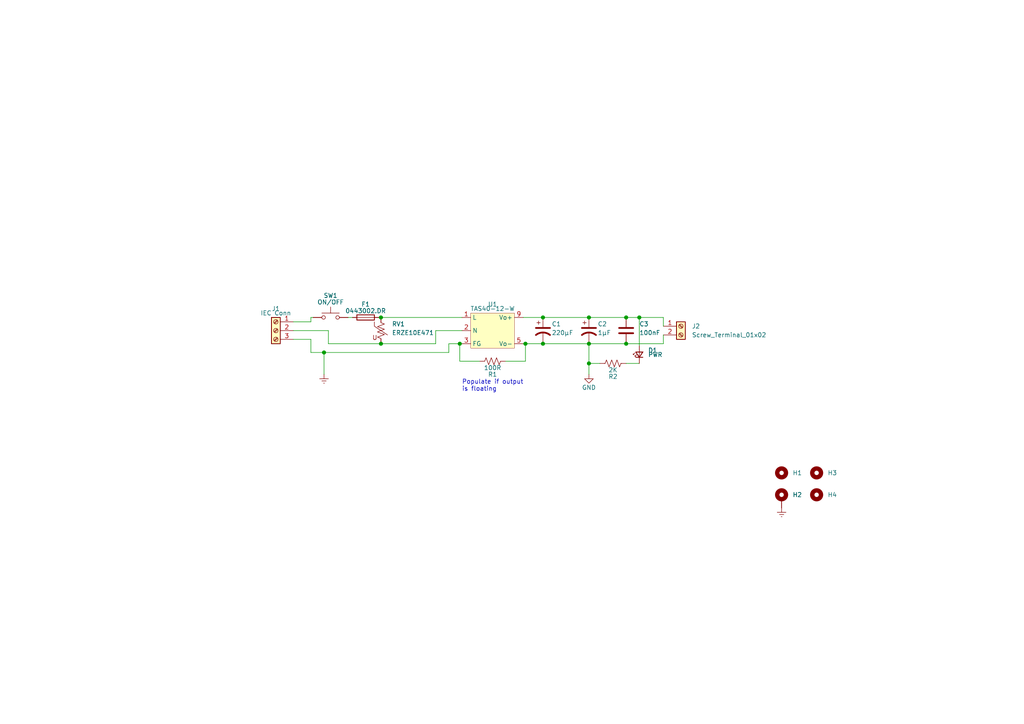
<source format=kicad_sch>
(kicad_sch (version 20200714) (host eeschema "(5.99.0-2671-gfc0a358ba)")
  (page 1 1)
  (paper "A4")
  (title_block (title "ADSEHGAL") (date "2020-09-06") (rev "0.1"))
  (lib_symbols
    (symbol "Connector:Screw_Terminal_01x02" (pin_names hide)
      (property "Reference" "J" (at 0 2.54 0))
      (property "Value" "Screw_Terminal_01x02" (at 0 -5.08 0))
      (symbol "Screw_Terminal_01x02_1_1"
        (circle (center 0 -2.54) (radius 0.635) (stroke (width 0.1524)))
        (circle (center 0 0) (radius 0.635) (stroke (width 0.1524)))
        (rectangle (start -1.27 1.27) (end 1.27 -3.81) (stroke (width 0.254)) (fill (type background)))
        (polyline (pts (xy -0.5334 -2.2098) (xy 0.3302 -3.048)) (stroke (width 0.1524)))
        (polyline (pts (xy -0.5334 0.3302) (xy 0.3302 -0.508)) (stroke (width 0.1524)))
        (polyline (pts (xy -0.3556 -2.032) (xy 0.508 -2.8702)) (stroke (width 0.1524)))
        (polyline (pts (xy -0.3556 0.508) (xy 0.508 -0.3302)) (stroke (width 0.1524)))
        (pin passive line (at -5.08 0 0) (length 3.81) (name "Pin_1") (number "1"))
        (pin passive line (at -5.08 -2.54 0) (length 3.81) (name "Pin_2") (number "2"))
      )
    )
    (symbol "Connector:Screw_Terminal_01x03" (pin_names hide)
      (property "Reference" "J" (at 0 5.08 0))
      (property "Value" "Screw_Terminal_01x03" (at 0 -5.08 0))
      (symbol "Screw_Terminal_01x03_1_1"
        (circle (center 0 -2.54) (radius 0.635) (stroke (width 0.1524)))
        (circle (center 0 0) (radius 0.635) (stroke (width 0.1524)))
        (circle (center 0 2.54) (radius 0.635) (stroke (width 0.1524)))
        (rectangle (start -1.27 3.81) (end 1.27 -3.81) (stroke (width 0.254)) (fill (type background)))
        (polyline (pts (xy -0.5334 -2.2098) (xy 0.3302 -3.048)) (stroke (width 0.1524)))
        (polyline (pts (xy -0.5334 0.3302) (xy 0.3302 -0.508)) (stroke (width 0.1524)))
        (polyline (pts (xy -0.5334 2.8702) (xy 0.3302 2.032)) (stroke (width 0.1524)))
        (polyline (pts (xy -0.3556 -2.032) (xy 0.508 -2.8702)) (stroke (width 0.1524)))
        (polyline (pts (xy -0.3556 0.508) (xy 0.508 -0.3302)) (stroke (width 0.1524)))
        (polyline (pts (xy -0.3556 3.048) (xy 0.508 2.2098)) (stroke (width 0.1524)))
        (pin passive line (at -5.08 2.54 0) (length 3.81) (name "Pin_1") (number "1"))
        (pin passive line (at -5.08 0 0) (length 3.81) (name "Pin_2") (number "2"))
        (pin passive line (at -5.08 -2.54 0) (length 3.81) (name "Pin_3") (number "3"))
      )
    )
    (symbol "Device:C" (pin_numbers hide) (pin_names (offset 0.254))
      (property "Reference" "C" (at 0.635 2.54 0))
      (property "Value" "C" (at 0.635 -2.54 0))
      (symbol "C_0_1"
        (polyline (pts (xy -2.032 -0.762) (xy 2.032 -0.762)) (stroke (width 0.508)))
        (polyline (pts (xy -2.032 0.762) (xy 2.032 0.762)) (stroke (width 0.508)))
      )
      (symbol "C_1_1"
        (pin passive line (at 0 3.81 270) (length 2.794) (name "~") (number "1"))
        (pin passive line (at 0 -3.81 90) (length 2.794) (name "~") (number "2"))
      )
    )
    (symbol "Device:CP1" (pin_numbers hide) (pin_names (offset 0.254) hide)
      (property "Reference" "C" (at 0.635 2.54 0))
      (property "Value" "CP1" (at 0.635 -2.54 0))
      (symbol "CP1_0_1"
        (arc (start -2.032 -1.27) (end 2.032 -1.27) (radius (at 0 -3.81) (length 3.2512) (angles 128.7 51.3)) (stroke (width 0.508)))
        (polyline (pts (xy -2.032 0.762) (xy 2.032 0.762)) (stroke (width 0.508)))
        (polyline (pts (xy -1.778 2.286) (xy -0.762 2.286)))
        (polyline (pts (xy -1.27 1.778) (xy -1.27 2.794)))
      )
      (symbol "CP1_1_1"
        (pin passive line (at 0 3.81 270) (length 2.794) (name "~") (number "1"))
        (pin passive line (at 0 -3.81 90) (length 3.302) (name "~") (number "2"))
      )
    )
    (symbol "Device:Fuse" (pin_numbers hide) (pin_names (offset 0))
      (property "Reference" "F" (at 2.032 0 90))
      (property "Value" "Fuse" (at -1.905 0 90))
      (symbol "Fuse_0_1"
        (rectangle (start -0.762 -2.54) (end 0.762 2.54) (stroke (width 0.254)))
        (polyline (pts (xy 0 2.54) (xy 0 -2.54)))
      )
      (symbol "Fuse_1_1"
        (pin passive line (at 0 3.81 270) (length 1.27) (name "~") (number "1"))
        (pin passive line (at 0 -3.81 90) (length 1.27) (name "~") (number "2"))
      )
    )
    (symbol "Device:LED_Small" (pin_numbers hide) (pin_names (offset 0.254) hide)
      (property "Reference" "D" (at -1.27 3.175 0))
      (property "Value" "LED_Small" (at -4.445 -2.54 0))
      (symbol "LED_Small_0_1"
        (polyline (pts (xy -0.762 -1.016) (xy -0.762 1.016)) (stroke (width 0.254)))
        (polyline (pts (xy 1.016 0) (xy -0.762 0)))
        (polyline (pts (xy 0.762 -1.016) (xy -0.762 0) (xy 0.762 1.016) (xy 0.762 -1.016)) (stroke (width 0.254)))
        (polyline (pts (xy 0 0.762) (xy -0.508 1.27) (xy -0.254 1.27) (xy -0.508 1.27) (xy -0.508 1.016)))
        (polyline (pts (xy 0.508 1.27) (xy 0 1.778) (xy 0.254 1.778) (xy 0 1.778) (xy 0 1.524)))
      )
      (symbol "LED_Small_1_1"
        (pin passive line (at -2.54 0 0) (length 1.778) (name "K") (number "1"))
        (pin passive line (at 2.54 0 180) (length 1.778) (name "A") (number "2"))
      )
    )
    (symbol "Device:R_US" (pin_numbers hide) (pin_names (offset 0))
      (property "Reference" "R" (at 2.54 0 90))
      (property "Value" "R_US" (at -2.54 0 90))
      (symbol "R_US_0_1"
        (polyline (pts (xy 0 -2.286) (xy 0 -2.54)))
        (polyline (pts (xy 0 2.286) (xy 0 2.54)))
        (polyline (pts (xy 0 -0.762) (xy 1.016 -1.143) (xy 0 -1.524) (xy -1.016 -1.905) (xy 0 -2.286)))
        (polyline (pts (xy 0 0.762) (xy 1.016 0.381) (xy 0 0) (xy -1.016 -0.381) (xy 0 -0.762)))
        (polyline (pts (xy 0 2.286) (xy 1.016 1.905) (xy 0 1.524) (xy -1.016 1.143) (xy 0 0.762)))
      )
      (symbol "R_US_1_1"
        (pin passive line (at 0 3.81 270) (length 1.27) (name "~") (number "1"))
        (pin passive line (at 0 -3.81 90) (length 1.27) (name "~") (number "2"))
      )
    )
    (symbol "Device:Varistor_US" (pin_numbers hide) (pin_names (offset 0))
      (property "Reference" "RV" (at 3.175 0 90))
      (property "Value" "Varistor_US" (at -3.175 0 90))
      (symbol "Varistor_US_0_0"
        (text "U" (at -1.778 -2.032 0) (effects (font (size 1.27 1.27))))
      )
      (symbol "Varistor_US_0_1"
        (polyline (pts (xy 0 -2.286) (xy 0 -2.54)))
        (polyline (pts (xy 0 2.286) (xy 0 2.54)))
        (polyline (pts (xy -1.905 2.54) (xy -1.905 1.27) (xy 1.905 -1.27)))
        (polyline (pts (xy 0 -0.762) (xy 1.016 -1.143) (xy 0 -1.524) (xy -1.016 -1.905) (xy 0 -2.286)))
        (polyline (pts (xy 0 0.762) (xy 1.016 0.381) (xy 0 0) (xy -1.016 -0.381) (xy 0 -0.762)))
        (polyline (pts (xy 0 2.286) (xy 1.016 1.905) (xy 0 1.524) (xy -1.016 1.143) (xy 0 0.762)))
      )
      (symbol "Varistor_US_1_1"
        (pin passive line (at 0 3.81 270) (length 1.27) (name "~") (number "1"))
        (pin passive line (at 0 -3.81 90) (length 1.27) (name "~") (number "2"))
      )
    )
    (symbol "Mechanical:MountingHole"
      (property "Reference" "H" (at 0 5.08 0))
      (property "Value" "MountingHole" (at 0 3.175 0))
      (symbol "MountingHole_0_1"
        (circle (center 0 0) (radius 1.27) (stroke (width 1.27)))
      )
    )
    (symbol "Mechanical:MountingHole_Pad" (pin_numbers hide) (pin_names hide)
      (property "Reference" "H" (at 0 6.35 0))
      (property "Value" "MountingHole_Pad" (at 0 4.445 0))
      (symbol "MountingHole_Pad_0_1"
        (circle (center 0 1.27) (radius 1.27) (stroke (width 1.27)))
      )
      (symbol "MountingHole_Pad_1_1"
        (pin input line (at 0 -2.54 90) (length 2.54) (name "1") (number "1"))
      )
    )
    (symbol "Switch:SW_Push" (pin_numbers hide) (pin_names hide)
      (property "Reference" "SW" (at 1.27 2.54 0))
      (property "Value" "SW_Push" (at 0 -1.524 0))
      (symbol "SW_Push_0_1"
        (circle (center -2.032 0) (radius 0.508))
        (circle (center 2.032 0) (radius 0.508))
        (polyline (pts (xy 0 1.27) (xy 0 3.048)))
        (polyline (pts (xy 2.54 1.27) (xy -2.54 1.27)))
        (pin passive line (at -5.08 0 0) (length 2.54) (name "1") (number "1"))
        (pin passive line (at 5.08 0 180) (length 2.54) (name "2") (number "2"))
      )
    )
    (symbol "TAS30-12-W:TAS40-12-W"
      (property "Reference" "U" (at -5.08 -6.35 0))
      (property "Value" "TAS40-12-W" (at 0 5.715 0))
      (symbol "TAS40-12-W_0_1"
        (rectangle (start -6.35 -5.08) (end 6.35 5.08) (stroke (width 0.001)) (fill (type background)))
      )
      (symbol "TAS40-12-W_1_1"
        (pin input line (at -8.89 3.81 0) (length 2.54) (name "L") (number "1"))
        (pin input line (at -8.89 0 0) (length 2.54) (name "N") (number "2"))
        (pin input line (at -8.89 -3.81 0) (length 2.54) (name "FG") (number "3"))
        (pin input line (at 8.89 -3.81 180) (length 2.54) (name "Vo-") (number "5"))
        (pin input line (at 8.89 3.81 180) (length 2.54) (name "Vo+") (number "9"))
        (pin input line (at 8.89 -2.54 180) (length 2.54) hide (name "NP") (number "4"))
        (pin input line (at 8.89 -1.27 180) (length 2.54) hide (name "NP") (number "6"))
        (pin input line (at 8.89 0 180) (length 2.54) hide (name "NP") (number "7"))
        (pin input line (at 8.89 1.27 180) (length 2.54) hide (name "NP") (number "8"))
      )
    )
    (symbol "power:Earth" (power) (pin_names (offset 0))
      (symbol "Earth_0_1"
        (polyline (pts (xy -0.635 -1.905) (xy 0.635 -1.905)))
        (polyline (pts (xy -0.127 -2.54) (xy 0.127 -2.54)))
        (polyline (pts (xy 0 -1.27) (xy 0 0)))
        (polyline (pts (xy 1.27 -1.27) (xy -1.27 -1.27)))
      )
      (symbol "Earth_1_1"
        (pin power_in line (at 0 0 270) (length 0) hide (name "Earth") (number "1"))
      )
    )
    (symbol "power:GND" (power) (pin_names (offset 0))
      (property "Value" "GND" (at 0 -3.81 0))
      (symbol "GND_0_1"
        (polyline (pts (xy 0 0) (xy 0 -1.27) (xy 1.27 -1.27) (xy 0 -2.54) (xy -1.27 -1.27) (xy 0 -1.27)))
      )
      (symbol "GND_1_1"
        (pin power_in line (at 0 0 270) (length 0) hide (name "GND") (number "1"))
      )
    )
  )
  (junction (at 93.98 102.235) (diameter 1.016))
  (junction (at 110.49 92.075) (diameter 1.016))
  (junction (at 110.49 99.695) (diameter 1.016))
  (junction (at 133.35 99.695) (diameter 1.016))
  (junction (at 152.4 99.695) (diameter 1.016))
  (junction (at 157.48 92.075) (diameter 1.016))
  (junction (at 157.48 99.695) (diameter 1.016))
  (junction (at 170.815 92.075) (diameter 1.016))
  (junction (at 170.815 99.695) (diameter 1.016))
  (junction (at 170.815 105.41) (diameter 1.016))
  (junction (at 181.61 92.075) (diameter 1.016))
  (junction (at 181.61 99.695) (diameter 1.016))
  (junction (at 185.42 92.075) (diameter 1.016))
  (wire (pts (xy 85.09 95.885) (xy 95.25 95.885)))
  (wire (pts (xy 90.17 92.075) (xy 90.17 93.345)))
  (wire (pts (xy 90.17 92.075) (xy 90.805 92.075)))
  (wire (pts (xy 90.17 93.345) (xy 85.09 93.345)))
  (wire (pts (xy 90.17 98.425) (xy 85.09 98.425)))
  (wire (pts (xy 90.17 102.235) (xy 90.17 98.425)))
  (wire (pts (xy 90.17 102.235) (xy 93.98 102.235)))
  (wire (pts (xy 93.98 102.235) (xy 93.98 108.585)))
  (wire (pts (xy 93.98 102.235) (xy 130.175 102.235)))
  (wire (pts (xy 95.25 95.885) (xy 95.25 99.695)))
  (wire (pts (xy 95.25 99.695) (xy 110.49 99.695)))
  (wire (pts (xy 100.965 92.075) (xy 102.235 92.075)))
  (wire (pts (xy 109.855 92.075) (xy 110.49 92.075)))
  (wire (pts (xy 110.49 92.075) (xy 133.985 92.075)))
  (wire (pts (xy 110.49 99.695) (xy 126.365 99.695)))
  (wire (pts (xy 126.365 95.885) (xy 133.985 95.885)))
  (wire (pts (xy 126.365 99.695) (xy 126.365 95.885)))
  (wire (pts (xy 130.175 99.695) (xy 130.175 102.235)))
  (wire (pts (xy 133.35 99.695) (xy 130.175 99.695)))
  (wire (pts (xy 133.35 104.775) (xy 133.35 99.695)))
  (wire (pts (xy 133.985 99.695) (xy 133.35 99.695)))
  (wire (pts (xy 139.065 104.775) (xy 133.35 104.775)))
  (wire (pts (xy 146.685 104.775) (xy 152.4 104.775)))
  (wire (pts (xy 151.765 92.075) (xy 157.48 92.075)))
  (wire (pts (xy 151.765 99.695) (xy 152.4 99.695)))
  (wire (pts (xy 152.4 99.695) (xy 157.48 99.695)))
  (wire (pts (xy 152.4 104.775) (xy 152.4 99.695)))
  (wire (pts (xy 157.48 92.075) (xy 170.815 92.075)))
  (wire (pts (xy 157.48 99.695) (xy 170.815 99.695)))
  (wire (pts (xy 170.815 92.075) (xy 181.61 92.075)))
  (wire (pts (xy 170.815 99.695) (xy 170.815 105.41)))
  (wire (pts (xy 170.815 99.695) (xy 181.61 99.695)))
  (wire (pts (xy 170.815 105.41) (xy 170.815 108.585)))
  (wire (pts (xy 170.815 105.41) (xy 173.99 105.41)))
  (wire (pts (xy 181.61 105.41) (xy 185.42 105.41)))
  (wire (pts (xy 185.42 92.075) (xy 181.61 92.075)))
  (wire (pts (xy 185.42 92.075) (xy 185.42 100.33)))
  (wire (pts (xy 192.405 92.075) (xy 185.42 92.075)))
  (wire (pts (xy 192.405 94.615) (xy 192.405 92.075)))
  (wire (pts (xy 192.405 97.155) (xy 192.405 99.695)))
  (wire (pts (xy 192.405 99.695) (xy 181.61 99.695)))
  (text "Populate if output\nis floating" (at 133.985 113.665 0) (effects (font (size 1.27 1.27)) (justify left bottom)))
  (symbol (lib_id "power:Earth") (at 93.98 108.585 0) (unit 1)
    (property "Reference" "#PWR0102" (effects hide))
    (property "Value" "Earth" (effects hide))
  )
  (symbol (lib_id "power:GND") (at 170.815 108.585 0) (unit 1)
    (property "Reference" "#PWR0101" (effects hide))
    (property "Value" "GND" (at 170.815 112.395 0))
  )
  (symbol (lib_id "power:Earth") (at 226.695 147.32 0) (unit 1)
    (property "Reference" "#PWR0103" (effects hide))
    (property "Value" "Earth" (effects hide))
  )
  (symbol (lib_id "Mechanical:MountingHole") (at 226.695 137.16 0) (unit 1)
    (property "Reference" "H1" (at 229.87 137.16 0) (effects (justify left)))
    (property "Value" "MountingHole" (effects hide))
    (property "Footprint" "MountingHole:MountingHole_2.2mm_M2_DIN965_Pad" (effects hide))
  )
  (symbol (lib_id "Mechanical:MountingHole") (at 236.855 137.16 0) (unit 1)
    (property "Reference" "H3" (at 240.03 137.16 0) (effects (justify left)))
    (property "Value" "MountingHole" (effects hide))
    (property "Footprint" "MountingHole:MountingHole_2.2mm_M2_DIN965_Pad" (effects hide))
  )
  (symbol (lib_id "Mechanical:MountingHole") (at 236.855 143.51 0) (unit 1)
    (property "Reference" "H4" (at 240.03 143.51 0) (effects (justify left)))
    (property "Value" "MountingHole" (effects hide))
    (property "Footprint" "MountingHole:MountingHole_2.2mm_M2_DIN965_Pad" (effects hide))
  )
  (symbol (lib_id "Device:Fuse") (at 106.045 92.075 90) (unit 1)
    (property "Reference" "F1" (at 106.045 88.265 90))
    (property "Value" "0443002.DR" (at 106.045 90.17 90))
    (property "Footprint" "Custom_Fuses:LittleFuse-0443002" (effects hide))
    (property "Datasheet" "https://datasheet.lcsc.com/szlcsc/Littelfuse-0443002-DR_C187538.pdf" (effects hide))
  )
  (symbol (lib_id "Device:R_US") (at 142.875 104.775 270) (unit 1)
    (property "Reference" "R1" (at 142.875 108.585 90))
    (property "Value" "100R" (at 142.875 106.68 90))
    (property "Footprint" "Resistor_SMD:R_0805_2012Metric" (effects hide))
  )
  (symbol (lib_id "Device:R_US") (at 177.8 105.41 270) (unit 1)
    (property "Reference" "R2" (at 177.8 109.22 90))
    (property "Value" "2K" (at 177.8 107.315 90))
    (property "Footprint" "Resistor_SMD:R_0805_2012Metric" (effects hide))
  )
  (symbol (lib_id "Device:LED_Small") (at 185.42 102.87 90) (unit 1)
    (property "Reference" "D1" (at 187.96 101.6 90) (effects (justify right)))
    (property "Value" "PWR" (at 187.96 102.87 90) (effects (justify right)))
    (property "Footprint" "LED_SMD:LED_0805_2012Metric_Castellated" (effects hide))
  )
  (symbol (lib_id "Mechanical:MountingHole_Pad") (at 226.695 144.78 0) (unit 1)
    (property "Reference" "H2" (at 229.87 143.51 0) (effects (justify left)))
    (property "Value" "Earth" (effects hide))
    (property "Footprint" "MountingHole:MountingHole_2.2mm_M2_DIN965_Pad" (effects hide))
  )
  (symbol (lib_id "Device:Varistor_US") (at 110.49 95.885 0) (unit 1)
    (property "Reference" "RV1" (at 113.665 93.98 0) (effects (justify left)))
    (property "Value" "ERZE10E471" (at 113.665 96.52 0) (effects (justify left)))
    (property "Footprint" "Varistor:RV_Disc_D12mm_W3.9mm_P7.5mm" (effects hide))
    (property "Datasheet" "https://datasheet.lcsc.com/szlcsc/PANASONIC-ERZE10E471_C178744.pdf" (effects hide))
  )
  (symbol (lib_id "Connector:Screw_Terminal_01x02") (at 197.485 94.615 0) (unit 1)
    (property "Reference" "J2" (at 200.66 94.615 0) (effects (justify left)))
    (property "Value" "Screw_Terminal_01x02" (at 200.66 97.155 0) (effects (justify left)))
    (property "Footprint" "TerminalBlock_Altech:Altech_AK300_1x02_P5.00mm_45-Degree" (effects hide))
  )
  (symbol (lib_id "Device:CP1") (at 157.48 95.885 0) (unit 1)
    (property "Reference" "C1" (at 160.02 93.98 0) (effects (justify left)))
    (property "Value" "220µF" (at 160.02 96.52 0) (effects (justify left)))
    (property "Footprint" "Capacitor_SMD:CP_Elec_8x10.5" (effects hide))
    (property "Datasheet" "https://datasheet.lcsc.com/szlcsc/Semtech-CS1E221M-CRF10_C97815.pdf" (effects hide))
  )
  (symbol (lib_id "Device:CP1") (at 170.815 95.885 0) (unit 1)
    (property "Reference" "C2" (at 173.355 93.98 0) (effects (justify left)))
    (property "Value" "1µF" (at 173.355 96.52 0) (effects (justify left)))
    (property "Footprint" "Capacitor_SMD:CP_Elec_4x5.4" (effects hide))
    (property "Datasheet" "https://datasheet.lcsc.com/szlcsc/Semtech-CK1H010M-CRC54_C177135.pdf" (effects hide))
  )
  (symbol (lib_id "Device:C") (at 181.61 95.885 0) (unit 1)
    (property "Reference" "C3" (at 185.42 93.98 0) (effects (justify left)))
    (property "Value" "100nF" (at 185.42 96.52 0) (effects (justify left)))
    (property "Footprint" "Capacitor_SMD:C_0805_2012Metric" (effects hide))
    (property "Datasheet" "https://datasheet.lcsc.com/szlcsc/YAGEO-CC0805KRX7R9BB104_C49678.pdf" (effects hide))
  )
  (symbol (lib_id "Switch:SW_Push") (at 95.885 92.075 0) (unit 1)
    (property "Reference" "SW1" (at 95.885 85.725 0))
    (property "Value" "ON/OFF" (at 95.885 87.63 0))
    (property "Footprint" "BPT_Switch:BPT" (effects hide))
  )
  (symbol (lib_id "Connector:Screw_Terminal_01x03") (at 80.01 95.885 0) (mirror y) (unit 1)
    (property "Reference" "J1" (at 80.01 89.535 0))
    (property "Value" "IEC Conn" (at 80.01 90.805 0))
    (property "Footprint" "IEC_Conn:ACT3KD-03BT3B018" (effects hide))
    (property "Datasheet" "https://datasheet.lcsc.com/szlcsc/2007131112_DLK-ACT3KD-03BT3B018_C669260.pdf" (effects hide))
  )
  (symbol (lib_id "TAS30-12-W:TAS40-12-W") (at 142.875 95.885 0) (unit 1)
    (property "Reference" "U1" (at 142.875 88.265 0))
    (property "Value" "TAS40-12-W" (at 142.875 89.535 0))
    (property "Footprint" "TAS40-12-W:TAS40-12-W" (effects hide))
    (property "Datasheet" "https://datasheet.lcsc.com/szlcsc/2008151534_TDPOWER-TAS40-12-W_C695932.pdf" (effects hide))
  )
)
</source>
